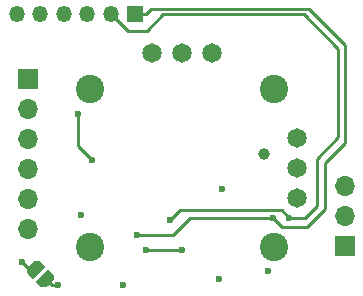
<source format=gbr>
G04 #@! TF.GenerationSoftware,KiCad,Pcbnew,(5.1.6-0-10_14)*
G04 #@! TF.CreationDate,2020-11-17T18:44:15+01:00*
G04 #@! TF.ProjectId,ProStick64_PCB_v6,50726f53-7469-4636-9b36-345f5043425f,rev?*
G04 #@! TF.SameCoordinates,Original*
G04 #@! TF.FileFunction,Copper,L1,Top*
G04 #@! TF.FilePolarity,Positive*
%FSLAX46Y46*%
G04 Gerber Fmt 4.6, Leading zero omitted, Abs format (unit mm)*
G04 Created by KiCad (PCBNEW (5.1.6-0-10_14)) date 2020-11-17 18:44:15*
%MOMM*%
%LPD*%
G01*
G04 APERTURE LIST*
G04 #@! TA.AperFunction,SMDPad,CuDef*
%ADD10C,0.100000*%
G04 #@! TD*
G04 #@! TA.AperFunction,ComponentPad*
%ADD11R,1.700000X1.700000*%
G04 #@! TD*
G04 #@! TA.AperFunction,ComponentPad*
%ADD12O,1.700000X1.700000*%
G04 #@! TD*
G04 #@! TA.AperFunction,ComponentPad*
%ADD13C,1.650000*%
G04 #@! TD*
G04 #@! TA.AperFunction,ComponentPad*
%ADD14C,2.400000*%
G04 #@! TD*
G04 #@! TA.AperFunction,ComponentPad*
%ADD15R,1.350000X1.350000*%
G04 #@! TD*
G04 #@! TA.AperFunction,ComponentPad*
%ADD16O,1.350000X1.350000*%
G04 #@! TD*
G04 #@! TA.AperFunction,ViaPad*
%ADD17C,1.000000*%
G04 #@! TD*
G04 #@! TA.AperFunction,ViaPad*
%ADD18C,0.600000*%
G04 #@! TD*
G04 #@! TA.AperFunction,Conductor*
%ADD19C,0.250000*%
G04 #@! TD*
G04 APERTURE END LIST*
G04 #@! TA.AperFunction,SMDPad,CuDef*
D10*
G36*
X133403985Y-84464645D02*
G01*
X133050432Y-84111092D01*
X133050858Y-84110666D01*
X133033509Y-84093318D01*
X133002382Y-84055388D01*
X132975121Y-84014590D01*
X132951991Y-83971316D01*
X132933213Y-83925984D01*
X132918970Y-83879029D01*
X132909397Y-83830904D01*
X132904588Y-83782073D01*
X132904588Y-83733004D01*
X132909397Y-83684174D01*
X132918970Y-83636049D01*
X132933213Y-83589094D01*
X132951991Y-83543761D01*
X132975121Y-83500487D01*
X133002382Y-83459689D01*
X133033509Y-83421759D01*
X133050858Y-83404411D01*
X133050432Y-83403985D01*
X133403985Y-83050432D01*
X133404411Y-83050858D01*
X133421759Y-83033509D01*
X133459689Y-83002382D01*
X133500487Y-82975121D01*
X133543761Y-82951991D01*
X133589094Y-82933213D01*
X133636049Y-82918970D01*
X133684174Y-82909397D01*
X133733004Y-82904588D01*
X133782073Y-82904588D01*
X133830904Y-82909397D01*
X133879029Y-82918970D01*
X133925984Y-82933213D01*
X133971316Y-82951991D01*
X134014590Y-82975121D01*
X134055388Y-83002382D01*
X134093318Y-83033509D01*
X134110666Y-83050858D01*
X134111092Y-83050432D01*
X134464645Y-83403985D01*
X133403985Y-84464645D01*
G37*
G04 #@! TD.AperFunction*
G04 #@! TA.AperFunction,SMDPad,CuDef*
G36*
X135029904Y-83970096D02*
G01*
X135047253Y-83987444D01*
X135078380Y-84025374D01*
X135105641Y-84066172D01*
X135128771Y-84109446D01*
X135147549Y-84154778D01*
X135161792Y-84201733D01*
X135171365Y-84249858D01*
X135176174Y-84298689D01*
X135176174Y-84347758D01*
X135171365Y-84396588D01*
X135161792Y-84444713D01*
X135147549Y-84491668D01*
X135128771Y-84537001D01*
X135105641Y-84580275D01*
X135078380Y-84621073D01*
X135047253Y-84659003D01*
X135029904Y-84676351D01*
X135030330Y-84676777D01*
X134676777Y-85030330D01*
X134676351Y-85029904D01*
X134659003Y-85047253D01*
X134621073Y-85078380D01*
X134580275Y-85105641D01*
X134537001Y-85128771D01*
X134491668Y-85147549D01*
X134444713Y-85161792D01*
X134396588Y-85171365D01*
X134347758Y-85176174D01*
X134298689Y-85176174D01*
X134249858Y-85171365D01*
X134201733Y-85161792D01*
X134154778Y-85147549D01*
X134109446Y-85128771D01*
X134066172Y-85105641D01*
X134025374Y-85078380D01*
X133987444Y-85047253D01*
X133970096Y-85029904D01*
X133969670Y-85030330D01*
X133616117Y-84676777D01*
X134676777Y-83616117D01*
X135030330Y-83969670D01*
X135029904Y-83970096D01*
G37*
G04 #@! TD.AperFunction*
D11*
X133000000Y-67500000D03*
D12*
X133000000Y-70040000D03*
X133000000Y-72580000D03*
X133000000Y-75120000D03*
X133000000Y-77660000D03*
X133000000Y-80200000D03*
D13*
X155775000Y-77559000D03*
X143525000Y-65309000D03*
X155775000Y-75059000D03*
X146025000Y-65309000D03*
X155775000Y-72559000D03*
X148525000Y-65309000D03*
D14*
X138275000Y-68409000D03*
X138275000Y-81709000D03*
X153775000Y-81709000D03*
X153775000Y-68409000D03*
D11*
X159800000Y-81700000D03*
D12*
X159800000Y-79160000D03*
X159800000Y-76620000D03*
D15*
X142025000Y-62059000D03*
D16*
X140025000Y-62059000D03*
X138025000Y-62059000D03*
X136025000Y-62059000D03*
X134025000Y-62059000D03*
X132025000Y-62059000D03*
D17*
X152960000Y-73859000D03*
D18*
X149400000Y-76800000D03*
X149200000Y-84500000D03*
X141000000Y-85000000D03*
X153300000Y-83800000D03*
X137500000Y-79000000D03*
X137200000Y-70500000D03*
X138400000Y-74380001D03*
X132500000Y-83000000D03*
X153725000Y-79259000D03*
X142200000Y-80700000D03*
X155125000Y-79259000D03*
X145000000Y-79500000D03*
X135500000Y-85000000D03*
X143000000Y-82000000D03*
X146000000Y-82000000D03*
D19*
X137200000Y-73180001D02*
X137200000Y-70500000D01*
X138400000Y-74380001D02*
X137200000Y-73180001D01*
X133080762Y-83580762D02*
X132500000Y-83000000D01*
X133580762Y-83580762D02*
X133080762Y-83580762D01*
X153725000Y-79259000D02*
X154525000Y-80059000D01*
X154525000Y-80059000D02*
X156625000Y-80059000D01*
X156625000Y-80059000D02*
X158125000Y-78559000D01*
X158125000Y-78559000D02*
X158125000Y-74659000D01*
X158125000Y-74659000D02*
X159825000Y-72959000D01*
X159825000Y-72959000D02*
X159825000Y-64659000D01*
X142950000Y-62059000D02*
X142025000Y-62059000D01*
X143400010Y-61608990D02*
X142950000Y-62059000D01*
X156774990Y-61608990D02*
X143400010Y-61608990D01*
X159825000Y-64659000D02*
X156774990Y-61608990D01*
X146741000Y-79259000D02*
X153725000Y-79259000D01*
X145300000Y-80700000D02*
X146741000Y-79259000D01*
X142200000Y-80700000D02*
X145300000Y-80700000D01*
X155125000Y-79259000D02*
X156425000Y-79259000D01*
X156425000Y-79259000D02*
X157425000Y-78259000D01*
X157425000Y-78259000D02*
X157425000Y-74259000D01*
X157425000Y-74259000D02*
X159225000Y-72459000D01*
X159225000Y-72459000D02*
X159225000Y-64959000D01*
X159225000Y-64959000D02*
X156325000Y-62059000D01*
X156325000Y-62059000D02*
X144425000Y-62059000D01*
X144425000Y-62059000D02*
X143025000Y-63459000D01*
X141425000Y-63459000D02*
X140025000Y-62059000D01*
X143025000Y-63459000D02*
X141425000Y-63459000D01*
X154499999Y-78633999D02*
X155125000Y-79259000D01*
X145866001Y-78633999D02*
X154499999Y-78633999D01*
X145000000Y-79500000D02*
X145866001Y-78633999D01*
X135000000Y-85000000D02*
X134500000Y-84500000D01*
X135500000Y-85000000D02*
X135000000Y-85000000D01*
X143000000Y-82000000D02*
X146000000Y-82000000D01*
M02*

</source>
